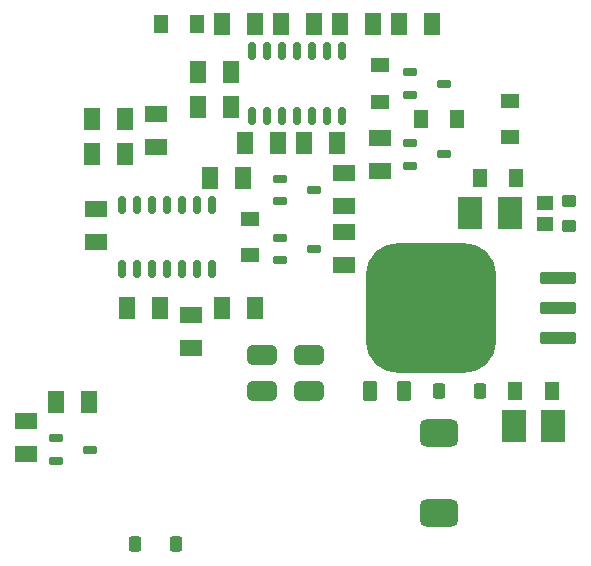
<source format=gtp>
G04*
G04 #@! TF.GenerationSoftware,Altium Limited,Altium Designer,23.9.2 (47)*
G04*
G04 Layer_Color=8421504*
%FSLAX44Y44*%
%MOMM*%
G71*
G04*
G04 #@! TF.SameCoordinates,8776A3A0-EF5A-4BC1-B825-7BE02FDD750C*
G04*
G04*
G04 #@! TF.FilePolarity,Positive*
G04*
G01*
G75*
G04:AMPARAMS|DCode=15|XSize=0.6mm|YSize=1.45mm|CornerRadius=0.15mm|HoleSize=0mm|Usage=FLASHONLY|Rotation=0.000|XOffset=0mm|YOffset=0mm|HoleType=Round|Shape=RoundedRectangle|*
%AMROUNDEDRECTD15*
21,1,0.6000,1.1500,0,0,0.0*
21,1,0.3000,1.4500,0,0,0.0*
1,1,0.3000,0.1500,-0.5750*
1,1,0.3000,-0.1500,-0.5750*
1,1,0.3000,-0.1500,0.5750*
1,1,0.3000,0.1500,0.5750*
%
%ADD15ROUNDEDRECTD15*%
G04:AMPARAMS|DCode=16|XSize=11mm|YSize=11mm|CornerRadius=2.75mm|HoleSize=0mm|Usage=FLASHONLY|Rotation=270.000|XOffset=0mm|YOffset=0mm|HoleType=Round|Shape=RoundedRectangle|*
%AMROUNDEDRECTD16*
21,1,11.0000,5.5000,0,0,270.0*
21,1,5.5000,11.0000,0,0,270.0*
1,1,5.5000,-2.7500,-2.7500*
1,1,5.5000,-2.7500,2.7500*
1,1,5.5000,2.7500,2.7500*
1,1,5.5000,2.7500,-2.7500*
%
%ADD16ROUNDEDRECTD16*%
G04:AMPARAMS|DCode=17|XSize=1.05mm|YSize=3.1mm|CornerRadius=0.2625mm|HoleSize=0mm|Usage=FLASHONLY|Rotation=270.000|XOffset=0mm|YOffset=0mm|HoleType=Round|Shape=RoundedRectangle|*
%AMROUNDEDRECTD17*
21,1,1.0500,2.5750,0,0,270.0*
21,1,0.5250,3.1000,0,0,270.0*
1,1,0.5250,-1.2875,-0.2625*
1,1,0.5250,-1.2875,0.2625*
1,1,0.5250,1.2875,0.2625*
1,1,0.5250,1.2875,-0.2625*
%
%ADD17ROUNDEDRECTD17*%
%ADD18R,1.3500X1.1500*%
%ADD19R,1.9500X1.4000*%
%ADD20R,1.4000X1.9500*%
G04:AMPARAMS|DCode=21|XSize=0.65mm|YSize=1.25mm|CornerRadius=0.1625mm|HoleSize=0mm|Usage=FLASHONLY|Rotation=90.000|XOffset=0mm|YOffset=0mm|HoleType=Round|Shape=RoundedRectangle|*
%AMROUNDEDRECTD21*
21,1,0.6500,0.9250,0,0,90.0*
21,1,0.3250,1.2500,0,0,90.0*
1,1,0.3250,0.4625,0.1625*
1,1,0.3250,0.4625,-0.1625*
1,1,0.3250,-0.4625,-0.1625*
1,1,0.3250,-0.4625,0.1625*
%
%ADD21ROUNDEDRECTD21*%
G04:AMPARAMS|DCode=22|XSize=1.75mm|YSize=1.25mm|CornerRadius=0.3125mm|HoleSize=0mm|Usage=FLASHONLY|Rotation=90.000|XOffset=0mm|YOffset=0mm|HoleType=Round|Shape=RoundedRectangle|*
%AMROUNDEDRECTD22*
21,1,1.7500,0.6250,0,0,90.0*
21,1,1.1250,1.2500,0,0,90.0*
1,1,0.6250,0.3125,0.5625*
1,1,0.6250,0.3125,-0.5625*
1,1,0.6250,-0.3125,-0.5625*
1,1,0.6250,-0.3125,0.5625*
%
%ADD22ROUNDEDRECTD22*%
G04:AMPARAMS|DCode=23|XSize=1.3mm|YSize=1.1mm|CornerRadius=0.275mm|HoleSize=0mm|Usage=FLASHONLY|Rotation=270.000|XOffset=0mm|YOffset=0mm|HoleType=Round|Shape=RoundedRectangle|*
%AMROUNDEDRECTD23*
21,1,1.3000,0.5500,0,0,270.0*
21,1,0.7500,1.1000,0,0,270.0*
1,1,0.5500,-0.2750,-0.3750*
1,1,0.5500,-0.2750,0.3750*
1,1,0.5500,0.2750,0.3750*
1,1,0.5500,0.2750,-0.3750*
%
%ADD23ROUNDEDRECTD23*%
G04:AMPARAMS|DCode=24|XSize=1.2mm|YSize=1.1mm|CornerRadius=0.275mm|HoleSize=0mm|Usage=FLASHONLY|Rotation=180.000|XOffset=0mm|YOffset=0mm|HoleType=Round|Shape=RoundedRectangle|*
%AMROUNDEDRECTD24*
21,1,1.2000,0.5500,0,0,180.0*
21,1,0.6500,1.1000,0,0,180.0*
1,1,0.5500,-0.3250,0.2750*
1,1,0.5500,0.3250,0.2750*
1,1,0.5500,0.3250,-0.2750*
1,1,0.5500,-0.3250,-0.2750*
%
%ADD24ROUNDEDRECTD24*%
G04:AMPARAMS|DCode=25|XSize=1.7mm|YSize=2.5mm|CornerRadius=0.425mm|HoleSize=0mm|Usage=FLASHONLY|Rotation=270.000|XOffset=0mm|YOffset=0mm|HoleType=Round|Shape=RoundedRectangle|*
%AMROUNDEDRECTD25*
21,1,1.7000,1.6500,0,0,270.0*
21,1,0.8500,2.5000,0,0,270.0*
1,1,0.8500,-0.8250,-0.4250*
1,1,0.8500,-0.8250,0.4250*
1,1,0.8500,0.8250,0.4250*
1,1,0.8500,0.8250,-0.4250*
%
%ADD25ROUNDEDRECTD25*%
G04:AMPARAMS|DCode=26|XSize=3.3mm|YSize=2.3mm|CornerRadius=0.575mm|HoleSize=0mm|Usage=FLASHONLY|Rotation=180.000|XOffset=0mm|YOffset=0mm|HoleType=Round|Shape=RoundedRectangle|*
%AMROUNDEDRECTD26*
21,1,3.3000,1.1500,0,0,180.0*
21,1,2.1500,2.3000,0,0,180.0*
1,1,1.1500,-1.0750,0.5750*
1,1,1.1500,1.0750,0.5750*
1,1,1.1500,1.0750,-0.5750*
1,1,1.1500,-1.0750,-0.5750*
%
%ADD26ROUNDEDRECTD26*%
%ADD27R,1.6000X1.2000*%
%ADD28R,1.2000X1.6000*%
%ADD29R,2.0000X2.8000*%
D15*
X288100Y497250D02*
D03*
X275400D02*
D03*
X262700D02*
D03*
X250000D02*
D03*
X237300D02*
D03*
X224600D02*
D03*
X211900D02*
D03*
X288100Y442750D02*
D03*
X275400D02*
D03*
X262700D02*
D03*
X250000D02*
D03*
X237300D02*
D03*
X224600D02*
D03*
X211900D02*
D03*
X178100Y367250D02*
D03*
X165400D02*
D03*
X152700D02*
D03*
X140000D02*
D03*
X127300D02*
D03*
X114600D02*
D03*
X101900D02*
D03*
X178100Y312750D02*
D03*
X165400D02*
D03*
X152700D02*
D03*
X140000D02*
D03*
X127300D02*
D03*
X114600D02*
D03*
X101900D02*
D03*
D16*
X363250Y280000D02*
D03*
D17*
X470500Y305400D02*
D03*
Y280000D02*
D03*
Y254600D02*
D03*
D18*
X460000Y350750D02*
D03*
Y369250D02*
D03*
D19*
X20000Y184000D02*
D03*
Y156000D02*
D03*
X320000Y424000D02*
D03*
Y396000D02*
D03*
X290000Y316000D02*
D03*
Y344000D02*
D03*
Y366000D02*
D03*
Y394000D02*
D03*
X80000Y364000D02*
D03*
Y336000D02*
D03*
X160000Y274000D02*
D03*
Y246000D02*
D03*
X130000Y416000D02*
D03*
Y444000D02*
D03*
D20*
X46000Y200000D02*
D03*
X74000D02*
D03*
X284000Y420000D02*
D03*
X256000D02*
D03*
X166000Y480000D02*
D03*
X194000D02*
D03*
Y450000D02*
D03*
X166000D02*
D03*
X234000Y420000D02*
D03*
X206000D02*
D03*
X364000Y520000D02*
D03*
X336000D02*
D03*
X314000D02*
D03*
X286000D02*
D03*
X214000D02*
D03*
X186000D02*
D03*
X264000D02*
D03*
X236000D02*
D03*
X76000Y410000D02*
D03*
X104000D02*
D03*
X186000Y280000D02*
D03*
X214000D02*
D03*
X106000D02*
D03*
X134000D02*
D03*
X176000Y390000D02*
D03*
X204000D02*
D03*
X104000Y440000D02*
D03*
X76000D02*
D03*
D21*
X74250Y160000D02*
D03*
X45750Y150500D02*
D03*
Y169500D02*
D03*
X374250Y410000D02*
D03*
X345750Y400500D02*
D03*
Y419500D02*
D03*
X374250Y470000D02*
D03*
X345750Y460500D02*
D03*
Y479500D02*
D03*
X264250Y330000D02*
D03*
X235750Y320500D02*
D03*
Y339500D02*
D03*
X264250Y380000D02*
D03*
X235750Y370500D02*
D03*
Y389500D02*
D03*
D22*
X311500Y210000D02*
D03*
X340000D02*
D03*
D23*
X112500Y80000D02*
D03*
X147500D02*
D03*
X370000Y210000D02*
D03*
X405000D02*
D03*
D24*
X480000Y370500D02*
D03*
Y349500D02*
D03*
D25*
X259750Y240000D02*
D03*
X220250D02*
D03*
X259750Y210000D02*
D03*
X220250D02*
D03*
D26*
X370000Y106000D02*
D03*
Y174000D02*
D03*
D27*
X430000Y455500D02*
D03*
Y424500D02*
D03*
X320000Y485500D02*
D03*
Y454500D02*
D03*
X210000Y324500D02*
D03*
Y355500D02*
D03*
D28*
X354500Y440000D02*
D03*
X385500D02*
D03*
X165500Y520000D02*
D03*
X134500D02*
D03*
X435500Y390000D02*
D03*
X404500D02*
D03*
X434500Y210000D02*
D03*
X465500D02*
D03*
D29*
X396500Y360000D02*
D03*
X430000D02*
D03*
X466750Y180000D02*
D03*
X433250D02*
D03*
M02*

</source>
